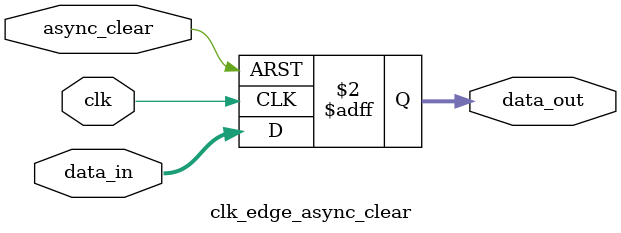
<source format=sv>

module clk_edge_async_clear (
  input wire clk,
  input wire async_clear,
  input wire [7:0] data_in,
  output logic [7:0] data_out
);

  // Async clear is in sensitivity list but not a clock
  always_ff @(posedge clk or posedge async_clear) begin
    if (async_clear)
      data_out <= 8'h00;
    else
      data_out <= data_in;
  end

endmodule


</source>
